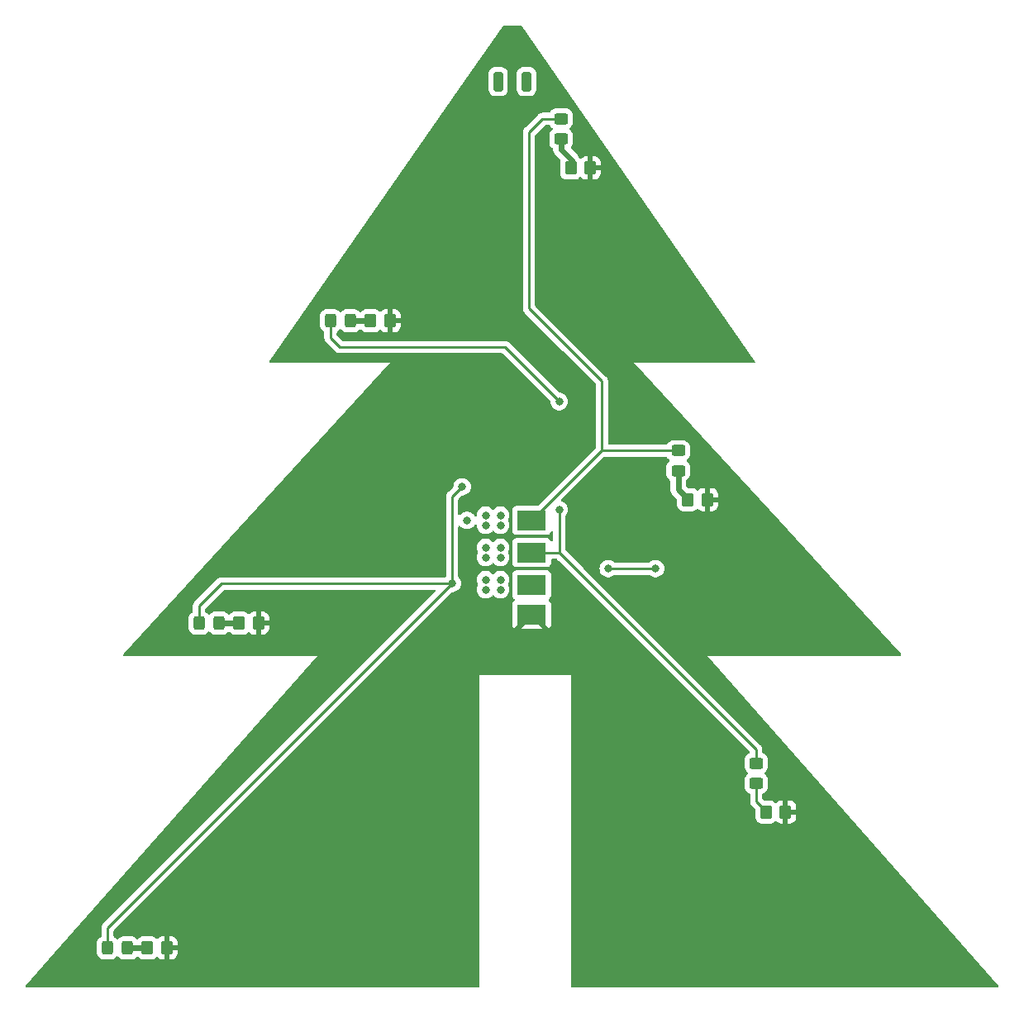
<source format=gtl>
G04 #@! TF.GenerationSoftware,KiCad,Pcbnew,7.0.8*
G04 #@! TF.CreationDate,2024-11-08T22:29:11+01:00*
G04 #@! TF.ProjectId,PCB_Christmas_Tree.kicad_pcb_bez_logo_AGH,5043425f-4368-4726-9973-746d61735f54,rev?*
G04 #@! TF.SameCoordinates,Original*
G04 #@! TF.FileFunction,Copper,L1,Top*
G04 #@! TF.FilePolarity,Positive*
%FSLAX46Y46*%
G04 Gerber Fmt 4.6, Leading zero omitted, Abs format (unit mm)*
G04 Created by KiCad (PCBNEW 7.0.8) date 2024-11-08 22:29:11*
%MOMM*%
%LPD*%
G01*
G04 APERTURE LIST*
G04 Aperture macros list*
%AMRoundRect*
0 Rectangle with rounded corners*
0 $1 Rounding radius*
0 $2 $3 $4 $5 $6 $7 $8 $9 X,Y pos of 4 corners*
0 Add a 4 corners polygon primitive as box body*
4,1,4,$2,$3,$4,$5,$6,$7,$8,$9,$2,$3,0*
0 Add four circle primitives for the rounded corners*
1,1,$1+$1,$2,$3*
1,1,$1+$1,$4,$5*
1,1,$1+$1,$6,$7*
1,1,$1+$1,$8,$9*
0 Add four rect primitives between the rounded corners*
20,1,$1+$1,$2,$3,$4,$5,0*
20,1,$1+$1,$4,$5,$6,$7,0*
20,1,$1+$1,$6,$7,$8,$9,0*
20,1,$1+$1,$8,$9,$2,$3,0*%
G04 Aperture macros list end*
G04 #@! TA.AperFunction,SMDPad,CuDef*
%ADD10R,3.000000X2.000000*%
G04 #@! TD*
G04 #@! TA.AperFunction,SMDPad,CuDef*
%ADD11RoundRect,0.250000X0.325000X0.450000X-0.325000X0.450000X-0.325000X-0.450000X0.325000X-0.450000X0*%
G04 #@! TD*
G04 #@! TA.AperFunction,SMDPad,CuDef*
%ADD12RoundRect,0.250000X-0.350000X-0.450000X0.350000X-0.450000X0.350000X0.450000X-0.350000X0.450000X0*%
G04 #@! TD*
G04 #@! TA.AperFunction,SMDPad,CuDef*
%ADD13RoundRect,0.250000X-0.250000X-0.750000X0.250000X-0.750000X0.250000X0.750000X-0.250000X0.750000X0*%
G04 #@! TD*
G04 #@! TA.AperFunction,SMDPad,CuDef*
%ADD14RoundRect,0.250000X0.450000X-0.325000X0.450000X0.325000X-0.450000X0.325000X-0.450000X-0.325000X0*%
G04 #@! TD*
G04 #@! TA.AperFunction,ViaPad*
%ADD15C,0.800000*%
G04 #@! TD*
G04 #@! TA.AperFunction,Conductor*
%ADD16C,0.600000*%
G04 #@! TD*
G04 #@! TA.AperFunction,Conductor*
%ADD17C,0.250000*%
G04 #@! TD*
G04 APERTURE END LIST*
D10*
X98823000Y-94208000D03*
X98823000Y-97510000D03*
X98823000Y-100812000D03*
X98823000Y-103860000D03*
D11*
X57408000Y-138020000D03*
X55358000Y-138020000D03*
D12*
X102823000Y-58098000D03*
X104823000Y-58098000D03*
D13*
X95372000Y-49247000D03*
D14*
X121823000Y-121148000D03*
X121823000Y-119098000D03*
X113823000Y-89123000D03*
X113823000Y-87073000D03*
D12*
X122823000Y-124098000D03*
X124823000Y-124098000D03*
D11*
X66797000Y-104746000D03*
X64747000Y-104746000D03*
X80259000Y-73758000D03*
X78209000Y-73758000D03*
D12*
X114823000Y-92098000D03*
X116823000Y-92098000D03*
X59447000Y-138020000D03*
X61447000Y-138020000D03*
X82307000Y-73758000D03*
X84307000Y-73758000D03*
X68836000Y-104746000D03*
X70836000Y-104746000D03*
D13*
X98293000Y-49247000D03*
D14*
X101823000Y-55123000D03*
X101823000Y-53073000D03*
D15*
X95423000Y-49298000D03*
X98323000Y-49298000D03*
X94102000Y-93697000D03*
X95626000Y-94713000D03*
X94102000Y-94713000D03*
X99563000Y-94713000D03*
X99563000Y-93697000D03*
X98039000Y-94713000D03*
X95626000Y-93697000D03*
X92197000Y-94208000D03*
X98039000Y-93697000D03*
X111501000Y-99158000D03*
X98039000Y-101317000D03*
X99563000Y-101317000D03*
X106675000Y-99158000D03*
X95626000Y-100301000D03*
X90673000Y-100682000D03*
X95626000Y-101317000D03*
X91689000Y-90776000D03*
X94102000Y-100301000D03*
X98039000Y-100301000D03*
X94102000Y-101317000D03*
X99563000Y-100301000D03*
X95626000Y-98015000D03*
X98039000Y-96999000D03*
X98039000Y-98015000D03*
X101645800Y-82038400D03*
X99563000Y-98015000D03*
X94102000Y-96999000D03*
X95626000Y-96999000D03*
X99563000Y-96999000D03*
X94102000Y-98015000D03*
X101645800Y-93112800D03*
X97023000Y-86458000D03*
X122118200Y-102917200D03*
X91943000Y-122018000D03*
X61310600Y-135937200D03*
X91943000Y-124558000D03*
X103823000Y-119478000D03*
X95753000Y-75028000D03*
X91943000Y-111858000D03*
X94737000Y-106778000D03*
X103823000Y-134718000D03*
X91943000Y-137258000D03*
X68981400Y-126996400D03*
X99004200Y-106778000D03*
X93975000Y-104365000D03*
X118816200Y-91893600D03*
X103823000Y-122018000D03*
X95753000Y-88998000D03*
X93975000Y-103349000D03*
X88844200Y-60092800D03*
X75890200Y-92147600D03*
X95753000Y-59788000D03*
X95753000Y-54708000D03*
X97023000Y-67408000D03*
X91943000Y-119478000D03*
X97023000Y-62328000D03*
X95753000Y-78838000D03*
X63190200Y-138020000D03*
X91943000Y-127098000D03*
X91943000Y-116938000D03*
X99563000Y-103349000D03*
X103823000Y-132178000D03*
X104744600Y-60092800D03*
X77769800Y-94179600D03*
X70657800Y-102714000D03*
X103823000Y-139798000D03*
X103823000Y-114398000D03*
X97023000Y-72488000D03*
X101722000Y-103857000D03*
X77922200Y-89760000D03*
X91943000Y-139798000D03*
X103823000Y-111858000D03*
X103823000Y-137258000D03*
X116835000Y-89861600D03*
X130398600Y-138477200D03*
X103823000Y-109318000D03*
X103823000Y-129638000D03*
X103823000Y-124558000D03*
X126639400Y-123999200D03*
X91943000Y-134718000D03*
X132227400Y-136445200D03*
X102103000Y-106778000D03*
X91943000Y-129638000D03*
X91943000Y-109318000D03*
X120086200Y-104949200D03*
X92095400Y-104034800D03*
X84119800Y-71726000D03*
X98039000Y-104365000D03*
X94483000Y-91538000D03*
X91943000Y-114398000D03*
X95499000Y-104365000D03*
X91943000Y-132178000D03*
X116733400Y-94230400D03*
X97023000Y-57248000D03*
X86344000Y-73561000D03*
X95753000Y-69948000D03*
X103823000Y-127098000D03*
X103823000Y-116938000D03*
X106623000Y-73704000D03*
X72588200Y-104746000D03*
X124759800Y-122018000D03*
X97023000Y-81378000D03*
X98039000Y-103349000D03*
X108503800Y-71675200D03*
X99563000Y-104365000D03*
X95753000Y-64868000D03*
X95753000Y-83918000D03*
X95499000Y-103349000D03*
D16*
X80259000Y-73758000D02*
X82394500Y-73758000D01*
X113823000Y-89123000D02*
X113823000Y-91010500D01*
X102910500Y-57293500D02*
X102910500Y-58098000D01*
X101823000Y-56206000D02*
X102910500Y-57293500D01*
X101823000Y-55123000D02*
X101823000Y-56206000D01*
X66797000Y-104746000D02*
X68923500Y-104746000D01*
X113823000Y-91010500D02*
X114910500Y-92098000D01*
X57408000Y-138020000D02*
X59534500Y-138020000D01*
D17*
X99928000Y-53073000D02*
X98547000Y-54454000D01*
X101823000Y-53073000D02*
X99928000Y-53073000D01*
X106020000Y-87073000D02*
X105958000Y-87073000D01*
X98547000Y-54454000D02*
X98547000Y-72488000D01*
X99563000Y-93697000D02*
X99334000Y-93697000D01*
X106020000Y-79961000D02*
X106020000Y-87073000D01*
X105958000Y-87073000D02*
X99563000Y-93468000D01*
X113823000Y-87073000D02*
X106020000Y-87073000D01*
X99563000Y-93468000D02*
X99563000Y-93697000D01*
X98547000Y-72488000D02*
X106020000Y-79961000D01*
X99334000Y-93697000D02*
X98823000Y-94208000D01*
X111501000Y-99158000D02*
X106675000Y-99158000D01*
X90673000Y-91792000D02*
X91689000Y-90776000D01*
X64747000Y-102986000D02*
X64747000Y-104746000D01*
X67051000Y-100682000D02*
X64747000Y-102986000D01*
X90673000Y-100682000D02*
X55358000Y-135997000D01*
X90673000Y-100682000D02*
X67051000Y-100682000D01*
X90673000Y-100682000D02*
X90673000Y-91792000D01*
X55358000Y-135997000D02*
X55358000Y-138020000D01*
X78209000Y-75518000D02*
X78209000Y-73758000D01*
X101645800Y-97532400D02*
X101747400Y-97634000D01*
X101645800Y-93112800D02*
X101645800Y-97532400D01*
X121823000Y-117709600D02*
X121823000Y-119098000D01*
X79141400Y-76450400D02*
X78209000Y-75518000D01*
X101747400Y-97634000D02*
X101623400Y-97510000D01*
X96057800Y-76450400D02*
X79141400Y-76450400D01*
X101645800Y-82038400D02*
X96057800Y-76450400D01*
X101623400Y-97510000D02*
X98823000Y-97510000D01*
X101747400Y-97634000D02*
X121823000Y-117709600D01*
X121823000Y-123010500D02*
X122910500Y-124098000D01*
X121823000Y-121148000D02*
X121823000Y-123010500D01*
G04 #@! TA.AperFunction,Conductor*
G36*
X97725032Y-43518185D02*
G01*
X97759743Y-43551628D01*
X121686308Y-77902628D01*
X121708472Y-77968889D01*
X121691294Y-78036614D01*
X121640228Y-78084301D01*
X121584558Y-78097500D01*
X109323952Y-78097500D01*
X109323006Y-78097458D01*
X109322902Y-78097500D01*
X109322901Y-78097500D01*
X109322821Y-78097532D01*
X109322634Y-78097601D01*
X109322633Y-78097601D01*
X109322621Y-78097606D01*
X109322545Y-78097791D01*
X109322453Y-78097987D01*
X109322538Y-78098193D01*
X109322603Y-78098370D01*
X109323298Y-78099065D01*
X124150525Y-94274221D01*
X134587748Y-105660283D01*
X136631390Y-107889710D01*
X136662180Y-107952430D01*
X136654173Y-108021839D01*
X136609911Y-108075901D01*
X136543448Y-108097452D01*
X136539983Y-108097500D01*
X116825648Y-108097500D01*
X116823022Y-108097416D01*
X116822585Y-108097580D01*
X116822407Y-108097973D01*
X116822567Y-108098392D01*
X116824370Y-108100309D01*
X146640090Y-141891459D01*
X146669684Y-141954751D01*
X146660362Y-142023996D01*
X146615084Y-142077209D01*
X146548224Y-142097495D01*
X146547110Y-142097500D01*
X102947500Y-142097500D01*
X102880461Y-142077815D01*
X102834706Y-142025011D01*
X102823500Y-141973500D01*
X102823500Y-110122759D01*
X102823528Y-110122616D01*
X102823524Y-110122616D01*
X102823539Y-110098002D01*
X102823541Y-110098000D01*
X102823462Y-110097808D01*
X102823384Y-110097618D01*
X102823382Y-110097616D01*
X102823099Y-110097500D01*
X102823000Y-110097459D01*
X102798446Y-110097459D01*
X102798240Y-110097500D01*
X93491760Y-110097500D01*
X93491554Y-110097459D01*
X93467000Y-110097459D01*
X93466901Y-110097500D01*
X93466617Y-110097616D01*
X93466615Y-110097618D01*
X93466459Y-110097999D01*
X93466476Y-110122616D01*
X93466471Y-110122616D01*
X93466500Y-110122759D01*
X93466500Y-141959537D01*
X93446815Y-142026576D01*
X93394011Y-142072331D01*
X93342537Y-142083537D01*
X47098997Y-142097416D01*
X47031952Y-142077752D01*
X46986181Y-142024961D01*
X46976217Y-141955806D01*
X47005223Y-141892241D01*
X47005907Y-141891459D01*
X49980723Y-138520001D01*
X54282500Y-138520001D01*
X54282501Y-138520019D01*
X54293000Y-138622796D01*
X54293001Y-138622799D01*
X54333000Y-138743505D01*
X54348186Y-138789334D01*
X54440288Y-138938656D01*
X54564344Y-139062712D01*
X54713666Y-139154814D01*
X54880203Y-139209999D01*
X54982991Y-139220500D01*
X55733008Y-139220499D01*
X55733016Y-139220498D01*
X55733019Y-139220498D01*
X55789302Y-139214748D01*
X55835797Y-139209999D01*
X56002334Y-139154814D01*
X56151656Y-139062712D01*
X56275712Y-138938656D01*
X56277461Y-138935819D01*
X56279169Y-138934283D01*
X56280193Y-138932989D01*
X56280414Y-138933163D01*
X56329406Y-138889096D01*
X56398368Y-138877872D01*
X56462451Y-138905713D01*
X56488537Y-138935817D01*
X56490288Y-138938656D01*
X56614344Y-139062712D01*
X56763666Y-139154814D01*
X56930203Y-139209999D01*
X57032991Y-139220500D01*
X57783008Y-139220499D01*
X57783016Y-139220498D01*
X57783019Y-139220498D01*
X57839302Y-139214748D01*
X57885797Y-139209999D01*
X58052334Y-139154814D01*
X58201656Y-139062712D01*
X58325712Y-138938656D01*
X58325712Y-138938655D01*
X58327319Y-138937049D01*
X58388642Y-138903564D01*
X58458334Y-138908548D01*
X58502681Y-138937049D01*
X58504288Y-138938656D01*
X58628344Y-139062712D01*
X58777666Y-139154814D01*
X58944203Y-139209999D01*
X59046991Y-139220500D01*
X59847008Y-139220499D01*
X59847016Y-139220498D01*
X59847019Y-139220498D01*
X59903302Y-139214748D01*
X59949797Y-139209999D01*
X60116334Y-139154814D01*
X60265656Y-139062712D01*
X60359675Y-138968692D01*
X60420994Y-138935210D01*
X60490686Y-138940194D01*
X60535034Y-138968695D01*
X60628654Y-139062315D01*
X60777875Y-139154356D01*
X60777880Y-139154358D01*
X60944302Y-139209505D01*
X60944309Y-139209506D01*
X61047019Y-139219999D01*
X61196999Y-139219999D01*
X61197000Y-139219998D01*
X61197000Y-138270000D01*
X61697000Y-138270000D01*
X61697000Y-139219999D01*
X61846972Y-139219999D01*
X61846986Y-139219998D01*
X61949697Y-139209505D01*
X62116119Y-139154358D01*
X62116124Y-139154356D01*
X62265345Y-139062315D01*
X62389315Y-138938345D01*
X62481356Y-138789124D01*
X62481358Y-138789119D01*
X62536505Y-138622697D01*
X62536506Y-138622690D01*
X62546999Y-138519986D01*
X62547000Y-138519973D01*
X62547000Y-138270000D01*
X61697000Y-138270000D01*
X61197000Y-138270000D01*
X61197000Y-136820000D01*
X61697000Y-136820000D01*
X61697000Y-137770000D01*
X62546999Y-137770000D01*
X62546999Y-137520028D01*
X62546998Y-137520013D01*
X62536505Y-137417302D01*
X62481358Y-137250880D01*
X62481356Y-137250875D01*
X62389315Y-137101654D01*
X62265345Y-136977684D01*
X62116124Y-136885643D01*
X62116119Y-136885641D01*
X61949697Y-136830494D01*
X61949690Y-136830493D01*
X61846986Y-136820000D01*
X61697000Y-136820000D01*
X61197000Y-136820000D01*
X61047027Y-136820000D01*
X61047012Y-136820001D01*
X60944302Y-136830494D01*
X60777880Y-136885641D01*
X60777875Y-136885643D01*
X60628657Y-136977682D01*
X60535034Y-137071305D01*
X60473710Y-137104789D01*
X60404019Y-137099805D01*
X60359672Y-137071304D01*
X60265657Y-136977289D01*
X60265656Y-136977288D01*
X60116334Y-136885186D01*
X59949797Y-136830001D01*
X59949795Y-136830000D01*
X59847010Y-136819500D01*
X59046998Y-136819500D01*
X59046980Y-136819501D01*
X58944203Y-136830000D01*
X58944200Y-136830001D01*
X58777668Y-136885185D01*
X58777663Y-136885187D01*
X58628342Y-136977289D01*
X58502681Y-137102951D01*
X58441358Y-137136436D01*
X58371666Y-137131452D01*
X58327319Y-137102951D01*
X58201657Y-136977289D01*
X58201656Y-136977288D01*
X58052334Y-136885186D01*
X57885797Y-136830001D01*
X57885795Y-136830000D01*
X57783010Y-136819500D01*
X57032998Y-136819500D01*
X57032980Y-136819501D01*
X56930203Y-136830000D01*
X56930200Y-136830001D01*
X56763668Y-136885185D01*
X56763663Y-136885187D01*
X56614342Y-136977289D01*
X56490285Y-137101346D01*
X56488537Y-137104182D01*
X56486829Y-137105717D01*
X56485807Y-137107011D01*
X56485585Y-137106836D01*
X56436589Y-137150905D01*
X56367626Y-137162126D01*
X56303544Y-137134282D01*
X56277463Y-137104182D01*
X56275714Y-137101346D01*
X56151657Y-136977289D01*
X56151656Y-136977288D01*
X56042402Y-136909900D01*
X55995679Y-136857953D01*
X55983500Y-136804362D01*
X55983500Y-136307452D01*
X56003185Y-136240413D01*
X56019819Y-136219771D01*
X86879592Y-105359999D01*
X97676552Y-105359999D01*
X97676553Y-105360000D01*
X99969447Y-105360000D01*
X99969447Y-105359999D01*
X98823000Y-104213553D01*
X97676552Y-105359999D01*
X86879592Y-105359999D01*
X90620772Y-101618819D01*
X90682095Y-101585334D01*
X90708453Y-101582500D01*
X90767644Y-101582500D01*
X90767646Y-101582500D01*
X90952803Y-101543144D01*
X91125730Y-101466151D01*
X91278871Y-101354888D01*
X91312986Y-101317000D01*
X93196540Y-101317000D01*
X93216326Y-101505256D01*
X93216327Y-101505259D01*
X93274818Y-101685277D01*
X93274821Y-101685284D01*
X93369467Y-101849216D01*
X93432150Y-101918832D01*
X93496129Y-101989888D01*
X93649265Y-102101148D01*
X93649270Y-102101151D01*
X93822192Y-102178142D01*
X93822197Y-102178144D01*
X94007354Y-102217500D01*
X94007355Y-102217500D01*
X94196644Y-102217500D01*
X94196646Y-102217500D01*
X94381803Y-102178144D01*
X94554730Y-102101151D01*
X94707871Y-101989888D01*
X94771850Y-101918831D01*
X94831337Y-101882183D01*
X94901194Y-101883514D01*
X94956150Y-101918832D01*
X95020129Y-101989888D01*
X95173265Y-102101148D01*
X95173270Y-102101151D01*
X95346192Y-102178142D01*
X95346197Y-102178144D01*
X95531354Y-102217500D01*
X95531355Y-102217500D01*
X95720644Y-102217500D01*
X95720646Y-102217500D01*
X95905803Y-102178144D01*
X96078730Y-102101151D01*
X96231871Y-101989888D01*
X96348940Y-101859870D01*
X96822500Y-101859870D01*
X96822501Y-101859876D01*
X96828908Y-101919483D01*
X96879202Y-102054328D01*
X96879206Y-102054335D01*
X96965452Y-102169544D01*
X96965455Y-102169547D01*
X97055621Y-102237046D01*
X97097492Y-102292980D01*
X97102476Y-102362671D01*
X97068990Y-102423994D01*
X97055622Y-102435578D01*
X96965809Y-102502812D01*
X96879649Y-102617906D01*
X96879645Y-102617913D01*
X96829403Y-102752620D01*
X96829401Y-102752627D01*
X96823000Y-102812155D01*
X96823000Y-104907844D01*
X96829401Y-104967372D01*
X96829403Y-104967379D01*
X96879645Y-105102086D01*
X96879649Y-105102093D01*
X96965808Y-105217185D01*
X96965817Y-105217194D01*
X97049560Y-105279885D01*
X97049562Y-105279884D01*
X98735318Y-103594128D01*
X98796641Y-103560643D01*
X98866333Y-103565627D01*
X98910680Y-103594128D01*
X100596436Y-105279884D01*
X100680190Y-105217186D01*
X100766350Y-105102093D01*
X100766354Y-105102086D01*
X100816596Y-104967379D01*
X100816598Y-104967372D01*
X100822999Y-104907844D01*
X100823000Y-104907827D01*
X100823000Y-102812172D01*
X100822999Y-102812155D01*
X100816598Y-102752627D01*
X100816596Y-102752620D01*
X100766354Y-102617913D01*
X100766350Y-102617906D01*
X100680190Y-102502813D01*
X100590378Y-102435579D01*
X100548507Y-102379645D01*
X100543523Y-102309953D01*
X100577008Y-102248630D01*
X100590371Y-102237050D01*
X100680546Y-102169546D01*
X100766796Y-102054331D01*
X100817091Y-101919483D01*
X100823500Y-101859873D01*
X100823499Y-99764128D01*
X100817091Y-99704517D01*
X100811756Y-99690214D01*
X100766797Y-99569671D01*
X100766793Y-99569664D01*
X100680547Y-99454455D01*
X100680544Y-99454452D01*
X100565335Y-99368206D01*
X100565328Y-99368202D01*
X100430482Y-99317908D01*
X100430483Y-99317908D01*
X100370883Y-99311501D01*
X100370881Y-99311500D01*
X100370873Y-99311500D01*
X100370864Y-99311500D01*
X97275129Y-99311500D01*
X97275123Y-99311501D01*
X97215516Y-99317908D01*
X97080671Y-99368202D01*
X97080664Y-99368206D01*
X96965455Y-99454452D01*
X96965452Y-99454455D01*
X96879206Y-99569664D01*
X96879202Y-99569671D01*
X96828908Y-99704517D01*
X96822501Y-99764116D01*
X96822501Y-99764123D01*
X96822500Y-99764135D01*
X96822500Y-101859870D01*
X96348940Y-101859870D01*
X96358533Y-101849216D01*
X96453179Y-101685284D01*
X96511674Y-101505256D01*
X96531460Y-101317000D01*
X96511674Y-101128744D01*
X96453179Y-100948716D01*
X96408308Y-100870997D01*
X96391836Y-100803100D01*
X96408309Y-100747001D01*
X96453179Y-100669284D01*
X96511674Y-100489256D01*
X96531460Y-100301000D01*
X96511674Y-100112744D01*
X96453179Y-99932716D01*
X96358533Y-99768784D01*
X96231871Y-99628112D01*
X96151434Y-99569671D01*
X96078734Y-99516851D01*
X96078729Y-99516848D01*
X95905807Y-99439857D01*
X95905802Y-99439855D01*
X95760001Y-99408865D01*
X95720646Y-99400500D01*
X95531354Y-99400500D01*
X95498897Y-99407398D01*
X95346197Y-99439855D01*
X95346192Y-99439857D01*
X95173270Y-99516848D01*
X95173265Y-99516851D01*
X95020129Y-99628111D01*
X95020128Y-99628112D01*
X94956149Y-99699168D01*
X94896663Y-99735816D01*
X94826806Y-99734485D01*
X94771851Y-99699168D01*
X94707871Y-99628112D01*
X94707870Y-99628111D01*
X94554734Y-99516851D01*
X94554729Y-99516848D01*
X94381807Y-99439857D01*
X94381802Y-99439855D01*
X94236001Y-99408865D01*
X94196646Y-99400500D01*
X94007354Y-99400500D01*
X93974897Y-99407398D01*
X93822197Y-99439855D01*
X93822192Y-99439857D01*
X93649270Y-99516848D01*
X93649265Y-99516851D01*
X93496129Y-99628111D01*
X93369466Y-99768785D01*
X93274821Y-99932715D01*
X93274818Y-99932722D01*
X93219369Y-100103379D01*
X93216326Y-100112744D01*
X93196540Y-100301000D01*
X93216326Y-100489256D01*
X93216327Y-100489259D01*
X93274820Y-100669283D01*
X93319690Y-100747001D01*
X93336162Y-100814901D01*
X93319690Y-100870999D01*
X93274820Y-100948716D01*
X93241819Y-101050284D01*
X93216326Y-101128744D01*
X93196540Y-101317000D01*
X91312986Y-101317000D01*
X91405533Y-101214216D01*
X91500179Y-101050284D01*
X91558674Y-100870256D01*
X91578460Y-100682000D01*
X91558674Y-100493744D01*
X91500179Y-100313716D01*
X91405533Y-100149784D01*
X91330350Y-100066284D01*
X91300120Y-100003292D01*
X91298500Y-99983312D01*
X91298500Y-98015000D01*
X93196540Y-98015000D01*
X93216326Y-98203256D01*
X93216327Y-98203259D01*
X93274818Y-98383277D01*
X93274821Y-98383284D01*
X93369467Y-98547216D01*
X93440211Y-98625785D01*
X93496129Y-98687888D01*
X93649265Y-98799148D01*
X93649270Y-98799151D01*
X93822192Y-98876142D01*
X93822197Y-98876144D01*
X94007354Y-98915500D01*
X94007355Y-98915500D01*
X94196644Y-98915500D01*
X94196646Y-98915500D01*
X94381803Y-98876144D01*
X94554730Y-98799151D01*
X94707871Y-98687888D01*
X94771850Y-98616831D01*
X94831337Y-98580183D01*
X94901194Y-98581514D01*
X94956150Y-98616832D01*
X95020129Y-98687888D01*
X95173265Y-98799148D01*
X95173270Y-98799151D01*
X95346192Y-98876142D01*
X95346197Y-98876144D01*
X95531354Y-98915500D01*
X95531355Y-98915500D01*
X95720644Y-98915500D01*
X95720646Y-98915500D01*
X95905803Y-98876144D01*
X96078730Y-98799151D01*
X96231871Y-98687888D01*
X96348940Y-98557870D01*
X96822500Y-98557870D01*
X96822501Y-98557876D01*
X96828908Y-98617483D01*
X96879202Y-98752328D01*
X96879206Y-98752335D01*
X96965452Y-98867544D01*
X96965455Y-98867547D01*
X97080664Y-98953793D01*
X97080671Y-98953797D01*
X97215517Y-99004091D01*
X97215516Y-99004091D01*
X97222444Y-99004835D01*
X97275127Y-99010500D01*
X100370872Y-99010499D01*
X100430483Y-99004091D01*
X100565331Y-98953796D01*
X100680546Y-98867546D01*
X100766796Y-98752331D01*
X100817091Y-98617483D01*
X100823500Y-98557873D01*
X100823500Y-98259500D01*
X100843185Y-98192461D01*
X100895989Y-98146706D01*
X100947500Y-98135500D01*
X101312948Y-98135500D01*
X101379987Y-98155185D01*
X101400629Y-98171819D01*
X121109303Y-117880493D01*
X121142788Y-117941816D01*
X121137804Y-118011508D01*
X121095932Y-118067441D01*
X121060630Y-118085878D01*
X121053666Y-118088186D01*
X121053663Y-118088187D01*
X120904342Y-118180289D01*
X120780289Y-118304342D01*
X120688187Y-118453663D01*
X120688186Y-118453666D01*
X120633001Y-118620203D01*
X120633001Y-118620204D01*
X120633000Y-118620204D01*
X120622500Y-118722983D01*
X120622500Y-119473001D01*
X120622501Y-119473019D01*
X120633000Y-119575796D01*
X120633001Y-119575799D01*
X120688185Y-119742331D01*
X120688187Y-119742336D01*
X120780289Y-119891657D01*
X120904346Y-120015714D01*
X120907182Y-120017463D01*
X120908717Y-120019170D01*
X120910011Y-120020193D01*
X120909836Y-120020414D01*
X120953905Y-120069411D01*
X120965126Y-120138374D01*
X120937282Y-120202456D01*
X120907182Y-120228537D01*
X120904346Y-120230285D01*
X120780289Y-120354342D01*
X120688187Y-120503663D01*
X120688186Y-120503666D01*
X120633001Y-120670203D01*
X120633001Y-120670204D01*
X120633000Y-120670204D01*
X120622500Y-120772983D01*
X120622500Y-121523001D01*
X120622501Y-121523019D01*
X120633000Y-121625796D01*
X120633001Y-121625799D01*
X120688185Y-121792331D01*
X120688186Y-121792334D01*
X120780288Y-121941656D01*
X120904344Y-122065712D01*
X121053666Y-122157814D01*
X121053668Y-122157815D01*
X121074110Y-122164588D01*
X121112502Y-122177310D01*
X121169947Y-122217081D01*
X121196772Y-122281596D01*
X121197500Y-122295016D01*
X121197500Y-122927755D01*
X121195775Y-122943372D01*
X121196061Y-122943399D01*
X121195326Y-122951165D01*
X121197500Y-123020314D01*
X121197500Y-123049843D01*
X121197501Y-123049860D01*
X121198368Y-123056731D01*
X121198826Y-123062550D01*
X121200290Y-123109124D01*
X121200291Y-123109127D01*
X121205880Y-123128367D01*
X121209824Y-123147411D01*
X121212336Y-123167292D01*
X121218472Y-123182789D01*
X121229490Y-123210619D01*
X121231382Y-123216147D01*
X121244381Y-123260888D01*
X121254580Y-123278134D01*
X121263138Y-123295603D01*
X121270514Y-123314232D01*
X121297898Y-123351923D01*
X121301106Y-123356807D01*
X121324827Y-123396916D01*
X121324833Y-123396924D01*
X121338990Y-123411080D01*
X121351628Y-123425876D01*
X121363405Y-123442086D01*
X121363406Y-123442087D01*
X121399309Y-123471788D01*
X121403620Y-123475710D01*
X121686181Y-123758271D01*
X121719666Y-123819594D01*
X121722500Y-123845952D01*
X121722500Y-124598001D01*
X121722501Y-124598019D01*
X121733000Y-124700796D01*
X121733001Y-124700799D01*
X121788115Y-124867119D01*
X121788186Y-124867334D01*
X121880288Y-125016656D01*
X122004344Y-125140712D01*
X122153666Y-125232814D01*
X122320203Y-125287999D01*
X122422991Y-125298500D01*
X123223008Y-125298499D01*
X123223016Y-125298498D01*
X123223019Y-125298498D01*
X123279302Y-125292748D01*
X123325797Y-125287999D01*
X123492334Y-125232814D01*
X123641656Y-125140712D01*
X123735675Y-125046692D01*
X123796994Y-125013210D01*
X123866686Y-125018194D01*
X123911034Y-125046695D01*
X124004654Y-125140315D01*
X124153875Y-125232356D01*
X124153880Y-125232358D01*
X124320302Y-125287505D01*
X124320309Y-125287506D01*
X124423019Y-125297999D01*
X124572999Y-125297999D01*
X124573000Y-125297998D01*
X124573000Y-124348000D01*
X125073000Y-124348000D01*
X125073000Y-125297999D01*
X125222972Y-125297999D01*
X125222986Y-125297998D01*
X125325697Y-125287505D01*
X125492119Y-125232358D01*
X125492124Y-125232356D01*
X125641345Y-125140315D01*
X125765315Y-125016345D01*
X125857356Y-124867124D01*
X125857358Y-124867119D01*
X125912505Y-124700697D01*
X125912506Y-124700690D01*
X125922999Y-124597986D01*
X125923000Y-124597973D01*
X125923000Y-124348000D01*
X125073000Y-124348000D01*
X124573000Y-124348000D01*
X124573000Y-122898000D01*
X125073000Y-122898000D01*
X125073000Y-123848000D01*
X125922999Y-123848000D01*
X125922999Y-123598028D01*
X125922998Y-123598013D01*
X125912505Y-123495302D01*
X125857358Y-123328880D01*
X125857356Y-123328875D01*
X125765315Y-123179654D01*
X125641345Y-123055684D01*
X125492124Y-122963643D01*
X125492119Y-122963641D01*
X125325697Y-122908494D01*
X125325690Y-122908493D01*
X125222986Y-122898000D01*
X125073000Y-122898000D01*
X124573000Y-122898000D01*
X124423027Y-122898000D01*
X124423012Y-122898001D01*
X124320302Y-122908494D01*
X124153880Y-122963641D01*
X124153875Y-122963643D01*
X124004657Y-123055682D01*
X123911034Y-123149305D01*
X123849710Y-123182789D01*
X123780019Y-123177805D01*
X123735672Y-123149304D01*
X123641657Y-123055289D01*
X123641656Y-123055288D01*
X123492334Y-122963186D01*
X123325797Y-122908001D01*
X123325795Y-122908000D01*
X123223016Y-122897500D01*
X123223009Y-122897500D01*
X122645953Y-122897500D01*
X122578914Y-122877815D01*
X122558272Y-122861181D01*
X122484819Y-122787728D01*
X122451334Y-122726405D01*
X122448500Y-122700047D01*
X122448500Y-122295016D01*
X122468185Y-122227977D01*
X122520989Y-122182222D01*
X122533488Y-122177313D01*
X122592334Y-122157814D01*
X122741656Y-122065712D01*
X122865712Y-121941656D01*
X122957814Y-121792334D01*
X123012999Y-121625797D01*
X123023500Y-121523009D01*
X123023499Y-120772992D01*
X123012999Y-120670203D01*
X122957814Y-120503666D01*
X122865712Y-120354344D01*
X122741656Y-120230288D01*
X122738819Y-120228538D01*
X122737283Y-120226830D01*
X122735989Y-120225807D01*
X122736163Y-120225585D01*
X122692096Y-120176594D01*
X122680872Y-120107632D01*
X122708713Y-120043549D01*
X122738817Y-120017462D01*
X122741656Y-120015712D01*
X122865712Y-119891656D01*
X122957814Y-119742334D01*
X123012999Y-119575797D01*
X123023500Y-119473009D01*
X123023499Y-118722992D01*
X123012999Y-118620203D01*
X122957814Y-118453666D01*
X122865712Y-118304344D01*
X122741656Y-118180288D01*
X122592334Y-118088186D01*
X122533493Y-118068688D01*
X122476051Y-118028916D01*
X122449228Y-117964400D01*
X122448500Y-117950983D01*
X122448500Y-117792342D01*
X122450224Y-117776722D01*
X122449939Y-117776696D01*
X122450671Y-117768940D01*
X122450673Y-117768933D01*
X122448500Y-117699785D01*
X122448500Y-117670250D01*
X122447631Y-117663372D01*
X122447172Y-117657543D01*
X122445709Y-117610972D01*
X122440122Y-117591744D01*
X122436174Y-117572684D01*
X122433663Y-117552804D01*
X122416512Y-117509487D01*
X122414619Y-117503958D01*
X122401618Y-117459209D01*
X122401616Y-117459206D01*
X122391423Y-117441971D01*
X122382861Y-117424494D01*
X122375487Y-117405870D01*
X122375486Y-117405868D01*
X122348079Y-117368145D01*
X122344888Y-117363286D01*
X122321172Y-117323183D01*
X122321165Y-117323174D01*
X122307006Y-117309015D01*
X122294368Y-117294219D01*
X122282594Y-117278013D01*
X122246688Y-117248309D01*
X122242376Y-117244386D01*
X104155991Y-99158000D01*
X105769540Y-99158000D01*
X105789326Y-99346256D01*
X105789327Y-99346259D01*
X105847818Y-99526277D01*
X105847821Y-99526284D01*
X105942467Y-99690216D01*
X106044185Y-99803185D01*
X106069129Y-99830888D01*
X106222265Y-99942148D01*
X106222270Y-99942151D01*
X106395192Y-100019142D01*
X106395197Y-100019144D01*
X106580354Y-100058500D01*
X106580355Y-100058500D01*
X106769644Y-100058500D01*
X106769646Y-100058500D01*
X106954803Y-100019144D01*
X107127730Y-99942151D01*
X107280871Y-99830888D01*
X107283788Y-99827647D01*
X107286600Y-99824526D01*
X107346087Y-99787879D01*
X107378748Y-99783500D01*
X110797252Y-99783500D01*
X110864291Y-99803185D01*
X110889400Y-99824526D01*
X110895126Y-99830885D01*
X110895130Y-99830889D01*
X111048265Y-99942148D01*
X111048270Y-99942151D01*
X111221192Y-100019142D01*
X111221197Y-100019144D01*
X111406354Y-100058500D01*
X111406355Y-100058500D01*
X111595644Y-100058500D01*
X111595646Y-100058500D01*
X111780803Y-100019144D01*
X111953730Y-99942151D01*
X112106871Y-99830888D01*
X112233533Y-99690216D01*
X112328179Y-99526284D01*
X112386674Y-99346256D01*
X112406460Y-99158000D01*
X112386674Y-98969744D01*
X112328179Y-98789716D01*
X112233533Y-98625784D01*
X112106871Y-98485112D01*
X112106870Y-98485111D01*
X111953734Y-98373851D01*
X111953729Y-98373848D01*
X111780807Y-98296857D01*
X111780802Y-98296855D01*
X111605055Y-98259500D01*
X111595646Y-98257500D01*
X111406354Y-98257500D01*
X111396945Y-98259500D01*
X111221197Y-98296855D01*
X111221192Y-98296857D01*
X111048270Y-98373848D01*
X111048265Y-98373851D01*
X110895130Y-98485110D01*
X110895126Y-98485114D01*
X110889400Y-98491474D01*
X110829913Y-98528121D01*
X110797252Y-98532500D01*
X107378748Y-98532500D01*
X107311709Y-98512815D01*
X107286600Y-98491474D01*
X107280873Y-98485114D01*
X107280869Y-98485110D01*
X107127734Y-98373851D01*
X107127729Y-98373848D01*
X106954807Y-98296857D01*
X106954802Y-98296855D01*
X106779055Y-98259500D01*
X106769646Y-98257500D01*
X106580354Y-98257500D01*
X106570945Y-98259500D01*
X106395197Y-98296855D01*
X106395192Y-98296857D01*
X106222270Y-98373848D01*
X106222265Y-98373851D01*
X106069129Y-98485111D01*
X105942466Y-98625785D01*
X105847821Y-98789715D01*
X105847818Y-98789722D01*
X105789327Y-98969740D01*
X105789326Y-98969744D01*
X105769540Y-99158000D01*
X104155991Y-99158000D01*
X102307619Y-97309628D01*
X102274134Y-97248305D01*
X102271300Y-97221947D01*
X102271300Y-93811487D01*
X102290985Y-93744448D01*
X102303150Y-93728515D01*
X102337149Y-93690755D01*
X102378333Y-93645016D01*
X102472979Y-93481084D01*
X102531474Y-93301056D01*
X102551260Y-93112800D01*
X102531474Y-92924544D01*
X102472979Y-92744516D01*
X102378333Y-92580584D01*
X102251671Y-92439912D01*
X102251670Y-92439911D01*
X102098534Y-92328651D01*
X102098529Y-92328648D01*
X101925603Y-92251655D01*
X101920551Y-92250014D01*
X101862875Y-92210578D01*
X101835676Y-92146219D01*
X101847590Y-92077373D01*
X101871184Y-92044405D01*
X106180771Y-87734819D01*
X106242094Y-87701334D01*
X106268452Y-87698500D01*
X112607362Y-87698500D01*
X112674401Y-87718185D01*
X112712901Y-87757403D01*
X112780289Y-87866657D01*
X112904346Y-87990714D01*
X112907182Y-87992463D01*
X112908717Y-87994170D01*
X112910011Y-87995193D01*
X112909836Y-87995414D01*
X112953905Y-88044411D01*
X112965126Y-88113374D01*
X112937282Y-88177456D01*
X112907182Y-88203537D01*
X112904346Y-88205285D01*
X112780289Y-88329342D01*
X112688187Y-88478663D01*
X112688186Y-88478666D01*
X112633001Y-88645203D01*
X112633001Y-88645204D01*
X112633000Y-88645204D01*
X112622500Y-88747983D01*
X112622500Y-89498001D01*
X112622501Y-89498019D01*
X112633000Y-89600796D01*
X112633001Y-89600799D01*
X112688185Y-89767331D01*
X112688186Y-89767334D01*
X112780288Y-89916656D01*
X112904344Y-90040712D01*
X112963596Y-90077258D01*
X113010321Y-90129204D01*
X113022500Y-90182797D01*
X113022500Y-91100691D01*
X113022501Y-91100700D01*
X113031791Y-91141408D01*
X113032955Y-91148263D01*
X113037632Y-91189759D01*
X113051420Y-91229162D01*
X113053345Y-91235845D01*
X113062639Y-91276561D01*
X113080759Y-91314188D01*
X113083420Y-91320613D01*
X113088743Y-91335822D01*
X113097212Y-91360025D01*
X113119422Y-91395372D01*
X113122787Y-91401459D01*
X113140910Y-91439089D01*
X113166940Y-91471729D01*
X113170966Y-91477404D01*
X113193182Y-91512759D01*
X113193184Y-91512762D01*
X113686181Y-92005759D01*
X113719666Y-92067082D01*
X113722500Y-92093440D01*
X113722500Y-92598001D01*
X113722501Y-92598019D01*
X113733000Y-92700796D01*
X113733001Y-92700799D01*
X113782593Y-92850455D01*
X113788186Y-92867334D01*
X113880288Y-93016656D01*
X114004344Y-93140712D01*
X114153666Y-93232814D01*
X114320203Y-93287999D01*
X114422991Y-93298500D01*
X115223008Y-93298499D01*
X115223016Y-93298498D01*
X115223019Y-93298498D01*
X115279302Y-93292748D01*
X115325797Y-93287999D01*
X115492334Y-93232814D01*
X115641656Y-93140712D01*
X115735675Y-93046692D01*
X115796994Y-93013210D01*
X115866686Y-93018194D01*
X115911034Y-93046695D01*
X116004654Y-93140315D01*
X116153875Y-93232356D01*
X116153880Y-93232358D01*
X116320302Y-93287505D01*
X116320309Y-93287506D01*
X116423019Y-93297999D01*
X116572999Y-93297999D01*
X116573000Y-93297998D01*
X116573000Y-92348000D01*
X117073000Y-92348000D01*
X117073000Y-93297999D01*
X117222972Y-93297999D01*
X117222986Y-93297998D01*
X117325697Y-93287505D01*
X117492119Y-93232358D01*
X117492124Y-93232356D01*
X117641345Y-93140315D01*
X117765315Y-93016345D01*
X117857356Y-92867124D01*
X117857358Y-92867119D01*
X117912505Y-92700697D01*
X117912506Y-92700690D01*
X117922999Y-92597986D01*
X117923000Y-92597973D01*
X117923000Y-92348000D01*
X117073000Y-92348000D01*
X116573000Y-92348000D01*
X116573000Y-90898000D01*
X117073000Y-90898000D01*
X117073000Y-91848000D01*
X117922999Y-91848000D01*
X117922999Y-91598028D01*
X117922998Y-91598013D01*
X117912505Y-91495302D01*
X117857358Y-91328880D01*
X117857356Y-91328875D01*
X117765315Y-91179654D01*
X117641345Y-91055684D01*
X117492124Y-90963643D01*
X117492119Y-90963641D01*
X117325697Y-90908494D01*
X117325690Y-90908493D01*
X117222986Y-90898000D01*
X117073000Y-90898000D01*
X116573000Y-90898000D01*
X116423027Y-90898000D01*
X116423012Y-90898001D01*
X116320302Y-90908494D01*
X116153880Y-90963641D01*
X116153875Y-90963643D01*
X116004657Y-91055682D01*
X115911034Y-91149305D01*
X115849710Y-91182789D01*
X115780019Y-91177805D01*
X115735672Y-91149304D01*
X115641657Y-91055289D01*
X115641656Y-91055288D01*
X115492334Y-90963186D01*
X115325797Y-90908001D01*
X115325795Y-90908000D01*
X115223016Y-90897500D01*
X115223009Y-90897500D01*
X114893440Y-90897500D01*
X114826401Y-90877815D01*
X114805759Y-90861181D01*
X114659819Y-90715241D01*
X114626334Y-90653918D01*
X114623500Y-90627560D01*
X114623500Y-90182797D01*
X114643185Y-90115758D01*
X114682403Y-90077258D01*
X114741656Y-90040712D01*
X114865712Y-89916656D01*
X114957814Y-89767334D01*
X115012999Y-89600797D01*
X115023500Y-89498009D01*
X115023499Y-88747992D01*
X115012999Y-88645203D01*
X114957814Y-88478666D01*
X114865712Y-88329344D01*
X114741656Y-88205288D01*
X114738819Y-88203538D01*
X114737283Y-88201830D01*
X114735989Y-88200807D01*
X114736163Y-88200585D01*
X114692096Y-88151594D01*
X114680872Y-88082632D01*
X114708713Y-88018549D01*
X114738817Y-87992462D01*
X114741656Y-87990712D01*
X114865712Y-87866656D01*
X114957814Y-87717334D01*
X115012999Y-87550797D01*
X115023500Y-87448009D01*
X115023499Y-86697992D01*
X115012999Y-86595203D01*
X114957814Y-86428666D01*
X114865712Y-86279344D01*
X114741656Y-86155288D01*
X114592334Y-86063186D01*
X114425797Y-86008001D01*
X114425795Y-86008000D01*
X114323010Y-85997500D01*
X113322998Y-85997500D01*
X113322980Y-85997501D01*
X113220203Y-86008000D01*
X113220200Y-86008001D01*
X113053668Y-86063185D01*
X113053663Y-86063187D01*
X112904342Y-86155289D01*
X112780289Y-86279342D01*
X112780288Y-86279344D01*
X112721281Y-86375011D01*
X112712901Y-86388597D01*
X112660953Y-86435321D01*
X112607362Y-86447500D01*
X106769500Y-86447500D01*
X106702461Y-86427815D01*
X106656706Y-86375011D01*
X106645500Y-86323500D01*
X106645500Y-80043742D01*
X106647224Y-80028122D01*
X106646939Y-80028096D01*
X106647671Y-80020340D01*
X106647673Y-80020333D01*
X106645500Y-79951185D01*
X106645500Y-79921650D01*
X106644631Y-79914772D01*
X106644172Y-79908943D01*
X106642709Y-79862372D01*
X106637122Y-79843144D01*
X106633174Y-79824084D01*
X106630663Y-79804204D01*
X106613512Y-79760887D01*
X106611619Y-79755358D01*
X106598618Y-79710609D01*
X106598616Y-79710606D01*
X106588423Y-79693371D01*
X106579861Y-79675894D01*
X106572487Y-79657270D01*
X106572486Y-79657268D01*
X106545079Y-79619545D01*
X106541888Y-79614686D01*
X106518172Y-79574583D01*
X106518165Y-79574574D01*
X106504006Y-79560415D01*
X106491368Y-79545619D01*
X106479594Y-79529413D01*
X106443688Y-79499709D01*
X106439376Y-79495786D01*
X99208819Y-72265228D01*
X99175334Y-72203905D01*
X99172500Y-72177547D01*
X99172500Y-54764452D01*
X99192185Y-54697413D01*
X99208819Y-54676771D01*
X100150772Y-53734819D01*
X100212095Y-53701334D01*
X100238453Y-53698500D01*
X100607362Y-53698500D01*
X100674401Y-53718185D01*
X100712901Y-53757403D01*
X100780289Y-53866657D01*
X100904346Y-53990714D01*
X100907182Y-53992463D01*
X100908717Y-53994170D01*
X100910011Y-53995193D01*
X100909836Y-53995414D01*
X100953905Y-54044411D01*
X100965126Y-54113374D01*
X100937282Y-54177456D01*
X100907182Y-54203537D01*
X100904346Y-54205285D01*
X100780289Y-54329342D01*
X100688187Y-54478663D01*
X100688185Y-54478668D01*
X100686587Y-54483492D01*
X100633001Y-54645203D01*
X100633001Y-54645204D01*
X100633000Y-54645204D01*
X100622500Y-54747983D01*
X100622500Y-55498001D01*
X100622501Y-55498019D01*
X100633000Y-55600796D01*
X100633001Y-55600799D01*
X100688185Y-55767331D01*
X100688186Y-55767334D01*
X100780288Y-55916656D01*
X100904344Y-56040712D01*
X100963596Y-56077258D01*
X101010321Y-56129204D01*
X101022500Y-56182797D01*
X101022500Y-56296191D01*
X101022501Y-56296200D01*
X101031791Y-56336908D01*
X101032955Y-56343763D01*
X101037632Y-56385259D01*
X101051420Y-56424662D01*
X101053345Y-56431345D01*
X101062639Y-56472061D01*
X101080759Y-56509688D01*
X101083421Y-56516114D01*
X101097212Y-56555525D01*
X101119422Y-56590872D01*
X101122787Y-56596959D01*
X101140910Y-56634589D01*
X101166940Y-56667229D01*
X101170966Y-56672904D01*
X101193182Y-56708259D01*
X101193184Y-56708262D01*
X101740425Y-57255503D01*
X101773910Y-57316826D01*
X101770450Y-57382187D01*
X101733001Y-57495200D01*
X101733000Y-57495204D01*
X101722500Y-57597983D01*
X101722500Y-58598001D01*
X101722501Y-58598019D01*
X101733000Y-58700796D01*
X101733001Y-58700799D01*
X101788115Y-58867119D01*
X101788186Y-58867334D01*
X101880288Y-59016656D01*
X102004344Y-59140712D01*
X102153666Y-59232814D01*
X102320203Y-59287999D01*
X102422991Y-59298500D01*
X103223008Y-59298499D01*
X103223016Y-59298498D01*
X103223019Y-59298498D01*
X103279302Y-59292748D01*
X103325797Y-59287999D01*
X103492334Y-59232814D01*
X103641656Y-59140712D01*
X103735675Y-59046692D01*
X103796994Y-59013210D01*
X103866686Y-59018194D01*
X103911034Y-59046695D01*
X104004654Y-59140315D01*
X104153875Y-59232356D01*
X104153880Y-59232358D01*
X104320302Y-59287505D01*
X104320309Y-59287506D01*
X104423019Y-59297999D01*
X104572999Y-59297999D01*
X104573000Y-59297998D01*
X104573000Y-58348000D01*
X105073000Y-58348000D01*
X105073000Y-59297999D01*
X105222972Y-59297999D01*
X105222986Y-59297998D01*
X105325697Y-59287505D01*
X105492119Y-59232358D01*
X105492124Y-59232356D01*
X105641345Y-59140315D01*
X105765315Y-59016345D01*
X105857356Y-58867124D01*
X105857358Y-58867119D01*
X105912505Y-58700697D01*
X105912506Y-58700690D01*
X105922999Y-58597986D01*
X105923000Y-58597973D01*
X105923000Y-58348000D01*
X105073000Y-58348000D01*
X104573000Y-58348000D01*
X104573000Y-56898000D01*
X105073000Y-56898000D01*
X105073000Y-57848000D01*
X105922999Y-57848000D01*
X105922999Y-57598028D01*
X105922998Y-57598013D01*
X105912505Y-57495302D01*
X105857358Y-57328880D01*
X105857356Y-57328875D01*
X105765315Y-57179654D01*
X105641345Y-57055684D01*
X105492124Y-56963643D01*
X105492119Y-56963641D01*
X105325697Y-56908494D01*
X105325690Y-56908493D01*
X105222986Y-56898000D01*
X105073000Y-56898000D01*
X104573000Y-56898000D01*
X104423027Y-56898000D01*
X104423012Y-56898001D01*
X104320302Y-56908494D01*
X104153880Y-56963641D01*
X104153875Y-56963643D01*
X104004657Y-57055682D01*
X103911034Y-57149305D01*
X103849710Y-57182789D01*
X103780019Y-57177805D01*
X103735672Y-57149304D01*
X103713326Y-57126958D01*
X103683966Y-57080234D01*
X103682074Y-57074826D01*
X103680155Y-57068167D01*
X103670860Y-57027439D01*
X103652744Y-56989820D01*
X103650081Y-56983391D01*
X103636289Y-56943977D01*
X103625077Y-56926135D01*
X103614067Y-56908612D01*
X103610706Y-56902530D01*
X103592591Y-56864912D01*
X103592590Y-56864911D01*
X103566555Y-56832265D01*
X103562528Y-56826589D01*
X103540316Y-56791238D01*
X103412762Y-56663684D01*
X102853404Y-56104326D01*
X102819919Y-56043003D01*
X102824903Y-55973311D01*
X102853404Y-55928964D01*
X102865712Y-55916656D01*
X102957814Y-55767334D01*
X103012999Y-55600797D01*
X103023500Y-55498009D01*
X103023499Y-54747992D01*
X103012999Y-54645203D01*
X102957814Y-54478666D01*
X102865712Y-54329344D01*
X102741656Y-54205288D01*
X102738819Y-54203538D01*
X102737283Y-54201830D01*
X102735989Y-54200807D01*
X102736163Y-54200585D01*
X102692096Y-54151594D01*
X102680872Y-54082632D01*
X102708713Y-54018549D01*
X102738817Y-53992462D01*
X102741656Y-53990712D01*
X102865712Y-53866656D01*
X102957814Y-53717334D01*
X103012999Y-53550797D01*
X103023500Y-53448009D01*
X103023499Y-52697992D01*
X103018967Y-52653631D01*
X103012999Y-52595203D01*
X103012998Y-52595200D01*
X103006248Y-52574829D01*
X102957814Y-52428666D01*
X102865712Y-52279344D01*
X102741656Y-52155288D01*
X102592334Y-52063186D01*
X102425797Y-52008001D01*
X102425795Y-52008000D01*
X102323010Y-51997500D01*
X101322998Y-51997500D01*
X101322980Y-51997501D01*
X101220203Y-52008000D01*
X101220200Y-52008001D01*
X101053668Y-52063185D01*
X101053663Y-52063187D01*
X100904342Y-52155289D01*
X100780289Y-52279342D01*
X100712901Y-52388597D01*
X100660953Y-52435321D01*
X100607362Y-52447500D01*
X100010743Y-52447500D01*
X99995122Y-52445775D01*
X99995096Y-52446061D01*
X99987334Y-52445327D01*
X99987333Y-52445327D01*
X99918186Y-52447500D01*
X99888649Y-52447500D01*
X99881766Y-52448369D01*
X99875949Y-52448826D01*
X99829373Y-52450290D01*
X99810129Y-52455881D01*
X99791079Y-52459825D01*
X99771211Y-52462334D01*
X99727884Y-52479488D01*
X99722358Y-52481379D01*
X99677614Y-52494379D01*
X99677610Y-52494381D01*
X99660366Y-52504579D01*
X99642905Y-52513133D01*
X99624274Y-52520510D01*
X99624262Y-52520517D01*
X99586570Y-52547902D01*
X99581687Y-52551109D01*
X99541580Y-52574829D01*
X99527414Y-52588995D01*
X99512624Y-52601627D01*
X99496414Y-52613404D01*
X99496411Y-52613407D01*
X99466710Y-52649309D01*
X99462777Y-52653631D01*
X98163208Y-53953199D01*
X98150951Y-53963020D01*
X98151134Y-53963241D01*
X98145123Y-53968213D01*
X98097772Y-54018636D01*
X98076889Y-54039519D01*
X98076877Y-54039532D01*
X98072621Y-54045017D01*
X98068837Y-54049447D01*
X98036937Y-54083418D01*
X98036936Y-54083420D01*
X98027284Y-54100976D01*
X98016610Y-54117226D01*
X98004329Y-54133061D01*
X98004324Y-54133068D01*
X97985815Y-54175838D01*
X97983245Y-54181084D01*
X97960803Y-54221906D01*
X97955822Y-54241307D01*
X97949521Y-54259710D01*
X97941562Y-54278102D01*
X97941561Y-54278105D01*
X97934271Y-54324127D01*
X97933087Y-54329846D01*
X97921501Y-54374972D01*
X97921500Y-54374982D01*
X97921500Y-54395016D01*
X97919973Y-54414415D01*
X97916840Y-54434194D01*
X97916840Y-54434195D01*
X97921225Y-54480583D01*
X97921500Y-54486421D01*
X97921500Y-72405255D01*
X97919775Y-72420872D01*
X97920061Y-72420899D01*
X97919326Y-72428665D01*
X97921500Y-72497814D01*
X97921500Y-72527343D01*
X97921501Y-72527360D01*
X97922368Y-72534231D01*
X97922826Y-72540050D01*
X97924290Y-72586624D01*
X97924291Y-72586627D01*
X97929880Y-72605867D01*
X97933824Y-72624911D01*
X97936336Y-72644791D01*
X97953490Y-72688119D01*
X97955382Y-72693647D01*
X97968381Y-72738388D01*
X97978580Y-72755634D01*
X97987138Y-72773103D01*
X97994514Y-72791732D01*
X98021898Y-72829423D01*
X98025106Y-72834307D01*
X98048827Y-72874416D01*
X98048833Y-72874424D01*
X98062990Y-72888580D01*
X98075628Y-72903376D01*
X98087405Y-72919586D01*
X98087406Y-72919587D01*
X98123309Y-72949288D01*
X98127620Y-72953210D01*
X102008594Y-76834184D01*
X105358181Y-80183771D01*
X105391666Y-80245094D01*
X105394500Y-80271452D01*
X105394500Y-86700546D01*
X105374815Y-86767585D01*
X105358181Y-86788227D01*
X99475226Y-92671181D01*
X99413903Y-92704666D01*
X99387545Y-92707500D01*
X97275129Y-92707500D01*
X97275123Y-92707501D01*
X97215516Y-92713908D01*
X97080671Y-92764202D01*
X97080664Y-92764206D01*
X96965455Y-92850452D01*
X96965452Y-92850455D01*
X96879206Y-92965664D01*
X96879202Y-92965671D01*
X96828908Y-93100517D01*
X96822501Y-93160116D01*
X96822500Y-93160135D01*
X96822500Y-95255870D01*
X96822501Y-95255876D01*
X96828908Y-95315483D01*
X96879202Y-95450328D01*
X96879206Y-95450335D01*
X96965452Y-95565544D01*
X96965455Y-95565547D01*
X97080664Y-95651793D01*
X97080671Y-95651797D01*
X97215517Y-95702091D01*
X97215516Y-95702091D01*
X97222444Y-95702835D01*
X97275127Y-95708500D01*
X100370872Y-95708499D01*
X100430483Y-95702091D01*
X100565331Y-95651796D01*
X100680546Y-95565546D01*
X100766796Y-95450331D01*
X100780118Y-95414614D01*
X100821988Y-95358680D01*
X100887452Y-95334262D01*
X100955726Y-95349113D01*
X101005131Y-95398518D01*
X101020300Y-95457946D01*
X101020300Y-96260053D01*
X101000615Y-96327092D01*
X100947811Y-96372847D01*
X100878653Y-96382791D01*
X100815097Y-96353766D01*
X100780118Y-96303386D01*
X100766797Y-96267671D01*
X100766793Y-96267664D01*
X100680547Y-96152455D01*
X100680544Y-96152452D01*
X100565335Y-96066206D01*
X100565328Y-96066202D01*
X100430482Y-96015908D01*
X100430483Y-96015908D01*
X100370883Y-96009501D01*
X100370881Y-96009500D01*
X100370873Y-96009500D01*
X100370864Y-96009500D01*
X97275129Y-96009500D01*
X97275123Y-96009501D01*
X97215516Y-96015908D01*
X97080671Y-96066202D01*
X97080664Y-96066206D01*
X96965455Y-96152452D01*
X96965452Y-96152455D01*
X96879206Y-96267664D01*
X96879202Y-96267671D01*
X96828908Y-96402517D01*
X96822501Y-96462116D01*
X96822500Y-96462135D01*
X96822500Y-98557870D01*
X96348940Y-98557870D01*
X96358533Y-98547216D01*
X96453179Y-98383284D01*
X96511674Y-98203256D01*
X96531460Y-98015000D01*
X96511674Y-97826744D01*
X96453179Y-97646716D01*
X96408308Y-97568997D01*
X96391836Y-97501100D01*
X96408309Y-97445001D01*
X96453179Y-97367284D01*
X96511674Y-97187256D01*
X96531460Y-96999000D01*
X96511674Y-96810744D01*
X96453179Y-96630716D01*
X96358533Y-96466784D01*
X96231871Y-96326112D01*
X96231870Y-96326111D01*
X96078734Y-96214851D01*
X96078729Y-96214848D01*
X95905807Y-96137857D01*
X95905802Y-96137855D01*
X95760001Y-96106865D01*
X95720646Y-96098500D01*
X95531354Y-96098500D01*
X95498897Y-96105398D01*
X95346197Y-96137855D01*
X95346192Y-96137857D01*
X95173270Y-96214848D01*
X95173265Y-96214851D01*
X95020129Y-96326111D01*
X95020128Y-96326112D01*
X94956149Y-96397168D01*
X94896663Y-96433816D01*
X94826806Y-96432485D01*
X94771851Y-96397168D01*
X94707871Y-96326112D01*
X94707870Y-96326111D01*
X94554734Y-96214851D01*
X94554729Y-96214848D01*
X94381807Y-96137857D01*
X94381802Y-96137855D01*
X94236001Y-96106865D01*
X94196646Y-96098500D01*
X94007354Y-96098500D01*
X93974897Y-96105398D01*
X93822197Y-96137855D01*
X93822192Y-96137857D01*
X93649270Y-96214848D01*
X93649265Y-96214851D01*
X93496129Y-96326111D01*
X93369466Y-96466785D01*
X93274821Y-96630715D01*
X93274818Y-96630722D01*
X93216327Y-96810740D01*
X93216326Y-96810744D01*
X93196540Y-96999000D01*
X93216326Y-97187256D01*
X93216327Y-97187259D01*
X93274820Y-97367283D01*
X93319690Y-97445001D01*
X93336162Y-97512901D01*
X93319690Y-97568999D01*
X93274820Y-97646716D01*
X93216327Y-97826740D01*
X93216326Y-97826744D01*
X93196540Y-98015000D01*
X91298500Y-98015000D01*
X91298500Y-94878921D01*
X91318185Y-94811882D01*
X91370989Y-94766127D01*
X91440147Y-94756183D01*
X91503703Y-94785208D01*
X91514644Y-94795943D01*
X91528996Y-94811882D01*
X91591129Y-94880888D01*
X91744265Y-94992148D01*
X91744270Y-94992151D01*
X91917192Y-95069142D01*
X91917197Y-95069144D01*
X92102354Y-95108500D01*
X92102355Y-95108500D01*
X92291644Y-95108500D01*
X92291646Y-95108500D01*
X92476803Y-95069144D01*
X92649730Y-94992151D01*
X92802871Y-94880888D01*
X92929533Y-94740216D01*
X92967023Y-94675280D01*
X93017588Y-94627067D01*
X93086195Y-94613843D01*
X93151060Y-94639811D01*
X93191589Y-94696724D01*
X93197729Y-94724317D01*
X93216326Y-94901256D01*
X93216327Y-94901259D01*
X93274818Y-95081277D01*
X93274821Y-95081284D01*
X93369467Y-95245216D01*
X93432150Y-95314832D01*
X93496129Y-95385888D01*
X93649265Y-95497148D01*
X93649270Y-95497151D01*
X93822192Y-95574142D01*
X93822197Y-95574144D01*
X94007354Y-95613500D01*
X94007355Y-95613500D01*
X94196644Y-95613500D01*
X94196646Y-95613500D01*
X94381803Y-95574144D01*
X94554730Y-95497151D01*
X94707871Y-95385888D01*
X94771850Y-95314831D01*
X94831337Y-95278183D01*
X94901194Y-95279514D01*
X94956150Y-95314832D01*
X95020129Y-95385888D01*
X95173265Y-95497148D01*
X95173270Y-95497151D01*
X95346192Y-95574142D01*
X95346197Y-95574144D01*
X95531354Y-95613500D01*
X95531355Y-95613500D01*
X95720644Y-95613500D01*
X95720646Y-95613500D01*
X95905803Y-95574144D01*
X96078730Y-95497151D01*
X96231871Y-95385888D01*
X96358533Y-95245216D01*
X96453179Y-95081284D01*
X96511674Y-94901256D01*
X96531460Y-94713000D01*
X96511674Y-94524744D01*
X96453179Y-94344716D01*
X96408308Y-94266997D01*
X96391836Y-94199100D01*
X96408308Y-94143002D01*
X96453179Y-94065284D01*
X96511674Y-93885256D01*
X96531460Y-93697000D01*
X96511674Y-93508744D01*
X96453179Y-93328716D01*
X96358533Y-93164784D01*
X96231871Y-93024112D01*
X96151434Y-92965671D01*
X96078734Y-92912851D01*
X96078729Y-92912848D01*
X95905807Y-92835857D01*
X95905802Y-92835855D01*
X95760001Y-92804865D01*
X95720646Y-92796500D01*
X95531354Y-92796500D01*
X95498897Y-92803398D01*
X95346197Y-92835855D01*
X95346192Y-92835857D01*
X95173270Y-92912848D01*
X95173265Y-92912851D01*
X95020129Y-93024111D01*
X95020128Y-93024112D01*
X94956149Y-93095168D01*
X94896663Y-93131816D01*
X94826806Y-93130485D01*
X94771851Y-93095168D01*
X94707871Y-93024112D01*
X94707870Y-93024111D01*
X94554734Y-92912851D01*
X94554729Y-92912848D01*
X94381807Y-92835857D01*
X94381802Y-92835855D01*
X94236001Y-92804865D01*
X94196646Y-92796500D01*
X94007354Y-92796500D01*
X93974897Y-92803398D01*
X93822197Y-92835855D01*
X93822192Y-92835857D01*
X93649270Y-92912848D01*
X93649265Y-92912851D01*
X93496129Y-93024111D01*
X93369466Y-93164785D01*
X93274821Y-93328715D01*
X93274818Y-93328722D01*
X93225313Y-93481084D01*
X93216326Y-93508744D01*
X93205003Y-93616482D01*
X93197196Y-93690755D01*
X93170611Y-93755369D01*
X93113314Y-93795354D01*
X93043495Y-93798014D01*
X92983321Y-93762504D01*
X92966491Y-93739797D01*
X92929533Y-93675784D01*
X92802871Y-93535112D01*
X92802870Y-93535111D01*
X92649734Y-93423851D01*
X92649729Y-93423848D01*
X92476807Y-93346857D01*
X92476802Y-93346855D01*
X92331001Y-93315865D01*
X92291646Y-93307500D01*
X92102354Y-93307500D01*
X92069897Y-93314398D01*
X91917197Y-93346855D01*
X91917192Y-93346857D01*
X91744270Y-93423848D01*
X91744265Y-93423851D01*
X91591129Y-93535111D01*
X91514650Y-93620050D01*
X91455163Y-93656699D01*
X91385306Y-93655368D01*
X91327258Y-93616482D01*
X91299448Y-93552385D01*
X91298500Y-93537078D01*
X91298500Y-92102452D01*
X91318185Y-92035413D01*
X91334819Y-92014771D01*
X91636772Y-91712819D01*
X91698095Y-91679334D01*
X91724453Y-91676500D01*
X91783644Y-91676500D01*
X91783646Y-91676500D01*
X91968803Y-91637144D01*
X92141730Y-91560151D01*
X92294871Y-91448888D01*
X92421533Y-91308216D01*
X92516179Y-91144284D01*
X92574674Y-90964256D01*
X92594460Y-90776000D01*
X92574674Y-90587744D01*
X92516179Y-90407716D01*
X92421533Y-90243784D01*
X92294871Y-90103112D01*
X92259285Y-90077257D01*
X92141734Y-89991851D01*
X92141729Y-89991848D01*
X91968807Y-89914857D01*
X91968802Y-89914855D01*
X91823001Y-89883865D01*
X91783646Y-89875500D01*
X91594354Y-89875500D01*
X91561897Y-89882398D01*
X91409197Y-89914855D01*
X91409192Y-89914857D01*
X91236270Y-89991848D01*
X91236265Y-89991851D01*
X91083129Y-90103111D01*
X90956466Y-90243785D01*
X90861821Y-90407715D01*
X90861818Y-90407722D01*
X90803327Y-90587740D01*
X90803326Y-90587744D01*
X90796371Y-90653918D01*
X90785679Y-90755649D01*
X90759094Y-90820263D01*
X90750039Y-90830368D01*
X90289208Y-91291199D01*
X90276951Y-91301020D01*
X90277134Y-91301241D01*
X90271123Y-91306213D01*
X90223772Y-91356636D01*
X90202889Y-91377519D01*
X90202877Y-91377532D01*
X90198621Y-91383017D01*
X90194837Y-91387447D01*
X90162937Y-91421418D01*
X90162936Y-91421420D01*
X90153284Y-91438976D01*
X90142610Y-91455226D01*
X90130329Y-91471061D01*
X90130324Y-91471068D01*
X90111815Y-91513838D01*
X90109245Y-91519084D01*
X90086803Y-91559906D01*
X90081822Y-91579307D01*
X90075521Y-91597710D01*
X90067562Y-91616102D01*
X90067561Y-91616105D01*
X90060271Y-91662127D01*
X90059087Y-91667846D01*
X90047501Y-91712972D01*
X90047500Y-91712982D01*
X90047500Y-91733016D01*
X90045973Y-91752415D01*
X90042840Y-91772194D01*
X90042840Y-91772195D01*
X90047225Y-91818583D01*
X90047500Y-91824421D01*
X90047500Y-99932500D01*
X90027815Y-99999539D01*
X89975011Y-100045294D01*
X89923500Y-100056500D01*
X67133738Y-100056500D01*
X67118121Y-100054776D01*
X67118094Y-100055062D01*
X67110332Y-100054327D01*
X67041204Y-100056500D01*
X67011650Y-100056500D01*
X67010929Y-100056590D01*
X67004757Y-100057369D01*
X66998945Y-100057826D01*
X66952373Y-100059290D01*
X66952372Y-100059290D01*
X66933129Y-100064881D01*
X66914079Y-100068825D01*
X66894211Y-100071334D01*
X66850884Y-100088488D01*
X66845358Y-100090379D01*
X66800614Y-100103379D01*
X66800610Y-100103381D01*
X66783366Y-100113579D01*
X66765905Y-100122133D01*
X66747274Y-100129510D01*
X66747262Y-100129517D01*
X66709570Y-100156902D01*
X66704687Y-100160109D01*
X66664580Y-100183829D01*
X66650414Y-100197995D01*
X66635624Y-100210627D01*
X66619414Y-100222404D01*
X66619411Y-100222407D01*
X66589710Y-100258309D01*
X66585777Y-100262631D01*
X64363208Y-102485199D01*
X64350951Y-102495020D01*
X64351134Y-102495241D01*
X64345123Y-102500213D01*
X64297772Y-102550636D01*
X64276889Y-102571519D01*
X64276877Y-102571532D01*
X64272621Y-102577017D01*
X64268837Y-102581447D01*
X64236937Y-102615418D01*
X64236936Y-102615420D01*
X64227284Y-102632976D01*
X64216610Y-102649226D01*
X64204329Y-102665061D01*
X64204324Y-102665068D01*
X64185815Y-102707838D01*
X64183245Y-102713084D01*
X64160803Y-102753906D01*
X64155822Y-102773307D01*
X64149521Y-102791710D01*
X64141562Y-102810102D01*
X64141561Y-102810105D01*
X64134271Y-102856127D01*
X64133087Y-102861846D01*
X64121501Y-102906972D01*
X64121500Y-102906982D01*
X64121500Y-102927016D01*
X64119973Y-102946415D01*
X64116840Y-102966194D01*
X64116840Y-102966195D01*
X64121225Y-103012583D01*
X64121500Y-103018421D01*
X64121500Y-103530362D01*
X64101815Y-103597401D01*
X64062598Y-103635899D01*
X63994288Y-103678033D01*
X63953342Y-103703289D01*
X63829289Y-103827342D01*
X63737187Y-103976663D01*
X63737185Y-103976668D01*
X63737115Y-103976880D01*
X63682001Y-104143203D01*
X63682001Y-104143204D01*
X63682000Y-104143204D01*
X63671500Y-104245983D01*
X63671500Y-105246001D01*
X63671501Y-105246019D01*
X63682000Y-105348796D01*
X63682001Y-105348799D01*
X63685713Y-105360000D01*
X63737186Y-105515334D01*
X63829288Y-105664656D01*
X63953344Y-105788712D01*
X64102666Y-105880814D01*
X64269203Y-105935999D01*
X64371991Y-105946500D01*
X65122008Y-105946499D01*
X65122016Y-105946498D01*
X65122019Y-105946498D01*
X65178302Y-105940748D01*
X65224797Y-105935999D01*
X65391334Y-105880814D01*
X65540656Y-105788712D01*
X65664712Y-105664656D01*
X65666461Y-105661819D01*
X65668169Y-105660283D01*
X65669193Y-105658989D01*
X65669414Y-105659163D01*
X65718406Y-105615096D01*
X65787368Y-105603872D01*
X65851451Y-105631713D01*
X65877537Y-105661817D01*
X65879288Y-105664656D01*
X66003344Y-105788712D01*
X66152666Y-105880814D01*
X66319203Y-105935999D01*
X66421991Y-105946500D01*
X67172008Y-105946499D01*
X67172016Y-105946498D01*
X67172019Y-105946498D01*
X67228302Y-105940748D01*
X67274797Y-105935999D01*
X67441334Y-105880814D01*
X67590656Y-105788712D01*
X67714712Y-105664656D01*
X67714712Y-105664655D01*
X67716319Y-105663049D01*
X67777642Y-105629564D01*
X67847334Y-105634548D01*
X67891681Y-105663049D01*
X67893288Y-105664656D01*
X68017344Y-105788712D01*
X68166666Y-105880814D01*
X68333203Y-105935999D01*
X68435991Y-105946500D01*
X69236008Y-105946499D01*
X69236016Y-105946498D01*
X69236019Y-105946498D01*
X69292302Y-105940748D01*
X69338797Y-105935999D01*
X69505334Y-105880814D01*
X69654656Y-105788712D01*
X69748675Y-105694692D01*
X69809994Y-105661210D01*
X69879686Y-105666194D01*
X69924034Y-105694695D01*
X70017654Y-105788315D01*
X70166875Y-105880356D01*
X70166880Y-105880358D01*
X70333302Y-105935505D01*
X70333309Y-105935506D01*
X70436019Y-105945999D01*
X70585999Y-105945999D01*
X70586000Y-105945998D01*
X70586000Y-104996000D01*
X71086000Y-104996000D01*
X71086000Y-105945999D01*
X71235972Y-105945999D01*
X71235986Y-105945998D01*
X71338697Y-105935505D01*
X71505119Y-105880358D01*
X71505124Y-105880356D01*
X71654345Y-105788315D01*
X71778315Y-105664345D01*
X71870356Y-105515124D01*
X71870358Y-105515119D01*
X71925505Y-105348697D01*
X71925506Y-105348690D01*
X71935999Y-105245986D01*
X71936000Y-105245973D01*
X71936000Y-104996000D01*
X71086000Y-104996000D01*
X70586000Y-104996000D01*
X70586000Y-103546000D01*
X71086000Y-103546000D01*
X71086000Y-104496000D01*
X71935999Y-104496000D01*
X71935999Y-104246028D01*
X71935998Y-104246013D01*
X71925505Y-104143302D01*
X71870358Y-103976880D01*
X71870356Y-103976875D01*
X71778315Y-103827654D01*
X71654345Y-103703684D01*
X71505124Y-103611643D01*
X71505119Y-103611641D01*
X71338697Y-103556494D01*
X71338690Y-103556493D01*
X71235986Y-103546000D01*
X71086000Y-103546000D01*
X70586000Y-103546000D01*
X70436027Y-103546000D01*
X70436012Y-103546001D01*
X70333302Y-103556494D01*
X70166880Y-103611641D01*
X70166875Y-103611643D01*
X70017657Y-103703682D01*
X69924034Y-103797305D01*
X69862710Y-103830789D01*
X69793019Y-103825805D01*
X69748672Y-103797304D01*
X69654657Y-103703289D01*
X69654656Y-103703288D01*
X69505334Y-103611186D01*
X69338797Y-103556001D01*
X69338795Y-103556000D01*
X69236010Y-103545500D01*
X68435998Y-103545500D01*
X68435980Y-103545501D01*
X68333203Y-103556000D01*
X68333200Y-103556001D01*
X68166668Y-103611185D01*
X68166663Y-103611187D01*
X68017342Y-103703289D01*
X67891681Y-103828951D01*
X67830358Y-103862436D01*
X67760666Y-103857452D01*
X67716319Y-103828951D01*
X67590657Y-103703289D01*
X67590656Y-103703288D01*
X67441334Y-103611186D01*
X67274797Y-103556001D01*
X67274795Y-103556000D01*
X67172010Y-103545500D01*
X66421998Y-103545500D01*
X66421980Y-103545501D01*
X66319203Y-103556000D01*
X66319200Y-103556001D01*
X66152668Y-103611185D01*
X66152663Y-103611187D01*
X66003342Y-103703289D01*
X65879285Y-103827346D01*
X65877537Y-103830182D01*
X65875829Y-103831717D01*
X65874807Y-103833011D01*
X65874585Y-103832836D01*
X65825589Y-103876905D01*
X65756626Y-103888126D01*
X65692544Y-103860282D01*
X65666463Y-103830182D01*
X65664714Y-103827346D01*
X65540657Y-103703289D01*
X65540656Y-103703288D01*
X65431402Y-103635900D01*
X65384679Y-103583953D01*
X65372500Y-103530362D01*
X65372500Y-103296452D01*
X65392185Y-103229413D01*
X65408819Y-103208771D01*
X67273772Y-101343819D01*
X67335095Y-101310334D01*
X67361453Y-101307500D01*
X88863548Y-101307500D01*
X88930587Y-101327185D01*
X88976342Y-101379989D01*
X88986286Y-101449147D01*
X88957261Y-101512703D01*
X88951229Y-101519181D01*
X54974208Y-135496199D01*
X54961951Y-135506020D01*
X54962134Y-135506241D01*
X54956123Y-135511213D01*
X54908772Y-135561636D01*
X54887889Y-135582519D01*
X54887877Y-135582532D01*
X54883621Y-135588017D01*
X54879837Y-135592447D01*
X54847937Y-135626418D01*
X54847936Y-135626420D01*
X54838284Y-135643976D01*
X54827610Y-135660226D01*
X54815329Y-135676061D01*
X54815324Y-135676068D01*
X54796815Y-135718838D01*
X54794245Y-135724084D01*
X54771803Y-135764906D01*
X54766822Y-135784307D01*
X54760521Y-135802710D01*
X54752562Y-135821102D01*
X54752561Y-135821105D01*
X54745271Y-135867127D01*
X54744087Y-135872846D01*
X54732501Y-135917972D01*
X54732500Y-135917982D01*
X54732500Y-135938016D01*
X54730973Y-135957415D01*
X54727840Y-135977194D01*
X54727840Y-135977195D01*
X54732225Y-136023583D01*
X54732500Y-136029421D01*
X54732500Y-136804362D01*
X54712815Y-136871401D01*
X54673598Y-136909899D01*
X54605288Y-136952033D01*
X54564342Y-136977289D01*
X54440289Y-137101342D01*
X54348187Y-137250663D01*
X54348185Y-137250668D01*
X54348115Y-137250880D01*
X54293001Y-137417203D01*
X54293001Y-137417204D01*
X54293000Y-137417204D01*
X54282500Y-137519983D01*
X54282500Y-138520001D01*
X49980723Y-138520001D01*
X76821664Y-108100268D01*
X76823463Y-108098352D01*
X76823596Y-108097998D01*
X76823594Y-108097908D01*
X76823441Y-108097568D01*
X76823427Y-108097556D01*
X76823059Y-108097417D01*
X76820396Y-108097500D01*
X57106018Y-108097500D01*
X57038979Y-108077815D01*
X56993224Y-108025011D01*
X56983280Y-107955853D01*
X57012305Y-107892297D01*
X57014611Y-107889710D01*
X58805965Y-105935506D01*
X84320913Y-78101014D01*
X84323300Y-78098706D01*
X84323543Y-78098080D01*
X84323539Y-78097900D01*
X84323538Y-78097889D01*
X84323444Y-78097675D01*
X84323418Y-78097651D01*
X84323372Y-78097604D01*
X84323194Y-78097539D01*
X84322973Y-78097448D01*
X84320670Y-78097500D01*
X72061443Y-78097500D01*
X71994404Y-78077815D01*
X71948649Y-78025011D01*
X71938705Y-77955853D01*
X71959693Y-77902628D01*
X74498292Y-74258001D01*
X77133500Y-74258001D01*
X77133501Y-74258019D01*
X77144000Y-74360796D01*
X77144001Y-74360799D01*
X77184000Y-74481505D01*
X77199186Y-74527334D01*
X77291288Y-74676656D01*
X77415344Y-74800712D01*
X77524597Y-74868099D01*
X77571321Y-74920047D01*
X77583500Y-74973638D01*
X77583500Y-75435255D01*
X77581775Y-75450872D01*
X77582061Y-75450899D01*
X77581326Y-75458665D01*
X77583500Y-75527814D01*
X77583500Y-75557343D01*
X77583501Y-75557360D01*
X77584368Y-75564231D01*
X77584826Y-75570050D01*
X77586290Y-75616624D01*
X77586291Y-75616627D01*
X77591880Y-75635867D01*
X77595824Y-75654911D01*
X77598336Y-75674791D01*
X77615490Y-75718119D01*
X77617382Y-75723647D01*
X77630381Y-75768388D01*
X77640580Y-75785634D01*
X77649136Y-75803100D01*
X77656514Y-75821732D01*
X77673391Y-75844962D01*
X77683898Y-75859423D01*
X77687106Y-75864307D01*
X77710827Y-75904416D01*
X77710833Y-75904424D01*
X77724990Y-75918580D01*
X77737627Y-75933375D01*
X77749406Y-75949587D01*
X77781364Y-75976025D01*
X77785309Y-75979288D01*
X77789620Y-75983210D01*
X78640594Y-76834184D01*
X78650419Y-76846448D01*
X78650640Y-76846266D01*
X78655610Y-76852273D01*
X78655613Y-76852276D01*
X78655614Y-76852277D01*
X78706051Y-76899641D01*
X78726930Y-76920520D01*
X78732404Y-76924766D01*
X78736842Y-76928556D01*
X78770818Y-76960462D01*
X78770822Y-76960464D01*
X78788373Y-76970113D01*
X78804631Y-76980792D01*
X78820464Y-76993074D01*
X78842415Y-77002572D01*
X78863237Y-77011583D01*
X78868481Y-77014152D01*
X78909308Y-77036597D01*
X78928712Y-77041579D01*
X78947110Y-77047878D01*
X78965505Y-77055838D01*
X79011529Y-77063126D01*
X79017232Y-77064307D01*
X79062381Y-77075900D01*
X79082416Y-77075900D01*
X79101813Y-77077426D01*
X79121596Y-77080560D01*
X79167984Y-77076175D01*
X79173822Y-77075900D01*
X95747348Y-77075900D01*
X95814387Y-77095585D01*
X95835029Y-77112219D01*
X100706838Y-81984029D01*
X100740323Y-82045352D01*
X100742478Y-82058748D01*
X100750768Y-82137627D01*
X100760126Y-82226656D01*
X100760127Y-82226659D01*
X100818618Y-82406677D01*
X100818621Y-82406684D01*
X100913267Y-82570616D01*
X101039929Y-82711288D01*
X101193065Y-82822548D01*
X101193070Y-82822551D01*
X101365992Y-82899542D01*
X101365997Y-82899544D01*
X101551154Y-82938900D01*
X101551155Y-82938900D01*
X101740444Y-82938900D01*
X101740446Y-82938900D01*
X101925603Y-82899544D01*
X102098530Y-82822551D01*
X102251671Y-82711288D01*
X102378333Y-82570616D01*
X102472979Y-82406684D01*
X102531474Y-82226656D01*
X102551260Y-82038400D01*
X102531474Y-81850144D01*
X102472979Y-81670116D01*
X102378333Y-81506184D01*
X102251671Y-81365512D01*
X102251670Y-81365511D01*
X102098534Y-81254251D01*
X102098529Y-81254248D01*
X101925607Y-81177257D01*
X101925602Y-81177255D01*
X101779801Y-81146265D01*
X101740446Y-81137900D01*
X101740445Y-81137900D01*
X101681253Y-81137900D01*
X101614214Y-81118215D01*
X101593572Y-81101581D01*
X96558603Y-76066612D01*
X96548780Y-76054350D01*
X96548559Y-76054534D01*
X96543586Y-76048523D01*
X96493164Y-76001173D01*
X96482719Y-75990728D01*
X96472275Y-75980283D01*
X96466786Y-75976025D01*
X96462361Y-75972247D01*
X96428382Y-75940338D01*
X96428380Y-75940336D01*
X96428377Y-75940335D01*
X96410829Y-75930688D01*
X96394563Y-75920004D01*
X96378736Y-75907727D01*
X96378735Y-75907726D01*
X96378733Y-75907725D01*
X96335968Y-75889218D01*
X96330722Y-75886648D01*
X96289893Y-75864203D01*
X96289892Y-75864202D01*
X96270493Y-75859222D01*
X96252081Y-75852918D01*
X96233698Y-75844962D01*
X96233692Y-75844960D01*
X96187674Y-75837672D01*
X96181952Y-75836487D01*
X96136821Y-75824900D01*
X96136819Y-75824900D01*
X96116784Y-75824900D01*
X96097386Y-75823373D01*
X96089962Y-75822197D01*
X96077605Y-75820240D01*
X96077604Y-75820240D01*
X96031216Y-75824625D01*
X96025378Y-75824900D01*
X79451852Y-75824900D01*
X79384813Y-75805215D01*
X79364171Y-75788581D01*
X78870819Y-75295228D01*
X78837334Y-75233905D01*
X78834500Y-75207547D01*
X78834500Y-74973638D01*
X78854185Y-74906599D01*
X78893401Y-74868100D01*
X79002656Y-74800712D01*
X79126712Y-74676656D01*
X79128461Y-74673819D01*
X79130169Y-74672283D01*
X79131193Y-74670989D01*
X79131414Y-74671163D01*
X79180406Y-74627096D01*
X79249368Y-74615872D01*
X79313451Y-74643713D01*
X79339537Y-74673817D01*
X79341288Y-74676656D01*
X79465344Y-74800712D01*
X79614666Y-74892814D01*
X79781203Y-74947999D01*
X79883991Y-74958500D01*
X80634008Y-74958499D01*
X80634016Y-74958498D01*
X80634019Y-74958498D01*
X80690302Y-74952748D01*
X80736797Y-74947999D01*
X80903334Y-74892814D01*
X81052656Y-74800712D01*
X81176712Y-74676656D01*
X81176712Y-74676655D01*
X81181819Y-74671549D01*
X81183826Y-74673556D01*
X81230240Y-74640683D01*
X81300039Y-74637535D01*
X81358971Y-74671758D01*
X81359181Y-74671549D01*
X81359972Y-74672340D01*
X81360459Y-74672623D01*
X81361783Y-74674151D01*
X81364288Y-74676656D01*
X81488344Y-74800712D01*
X81637666Y-74892814D01*
X81804203Y-74947999D01*
X81906991Y-74958500D01*
X82707008Y-74958499D01*
X82707016Y-74958498D01*
X82707019Y-74958498D01*
X82763302Y-74952748D01*
X82809797Y-74947999D01*
X82976334Y-74892814D01*
X83125656Y-74800712D01*
X83219675Y-74706692D01*
X83280994Y-74673210D01*
X83350686Y-74678194D01*
X83395034Y-74706695D01*
X83488654Y-74800315D01*
X83637875Y-74892356D01*
X83637880Y-74892358D01*
X83804302Y-74947505D01*
X83804309Y-74947506D01*
X83907019Y-74957999D01*
X84056999Y-74957999D01*
X84057000Y-74957998D01*
X84057000Y-74008000D01*
X84557000Y-74008000D01*
X84557000Y-74957999D01*
X84706972Y-74957999D01*
X84706986Y-74957998D01*
X84809697Y-74947505D01*
X84976119Y-74892358D01*
X84976124Y-74892356D01*
X85125345Y-74800315D01*
X85249315Y-74676345D01*
X85341356Y-74527124D01*
X85341358Y-74527119D01*
X85396505Y-74360697D01*
X85396506Y-74360690D01*
X85406999Y-74257986D01*
X85407000Y-74257973D01*
X85407000Y-74008000D01*
X84557000Y-74008000D01*
X84057000Y-74008000D01*
X84057000Y-72558000D01*
X84557000Y-72558000D01*
X84557000Y-73508000D01*
X85406999Y-73508000D01*
X85406999Y-73258028D01*
X85406998Y-73258013D01*
X85396505Y-73155302D01*
X85341358Y-72988880D01*
X85341356Y-72988875D01*
X85249315Y-72839654D01*
X85125345Y-72715684D01*
X84976124Y-72623643D01*
X84976119Y-72623641D01*
X84809697Y-72568494D01*
X84809690Y-72568493D01*
X84706986Y-72558000D01*
X84557000Y-72558000D01*
X84057000Y-72558000D01*
X83907027Y-72558000D01*
X83907012Y-72558001D01*
X83804302Y-72568494D01*
X83637880Y-72623641D01*
X83637875Y-72623643D01*
X83488657Y-72715682D01*
X83395034Y-72809305D01*
X83333710Y-72842789D01*
X83264019Y-72837805D01*
X83219672Y-72809304D01*
X83125657Y-72715289D01*
X83125656Y-72715288D01*
X83011363Y-72644792D01*
X82976336Y-72623187D01*
X82976331Y-72623185D01*
X82952333Y-72615233D01*
X82809797Y-72568001D01*
X82809795Y-72568000D01*
X82707010Y-72557500D01*
X81906998Y-72557500D01*
X81906980Y-72557501D01*
X81804203Y-72568000D01*
X81804200Y-72568001D01*
X81637668Y-72623185D01*
X81637663Y-72623187D01*
X81488342Y-72715289D01*
X81359181Y-72844451D01*
X81357179Y-72842449D01*
X81310715Y-72875332D01*
X81240915Y-72878453D01*
X81182038Y-72844231D01*
X81181819Y-72844451D01*
X81180990Y-72843622D01*
X81180508Y-72843342D01*
X81179195Y-72841827D01*
X81052657Y-72715289D01*
X81052656Y-72715288D01*
X80938363Y-72644792D01*
X80903336Y-72623187D01*
X80903331Y-72623185D01*
X80879333Y-72615233D01*
X80736797Y-72568001D01*
X80736795Y-72568000D01*
X80634010Y-72557500D01*
X79883998Y-72557500D01*
X79883980Y-72557501D01*
X79781203Y-72568000D01*
X79781200Y-72568001D01*
X79614668Y-72623185D01*
X79614663Y-72623187D01*
X79465342Y-72715289D01*
X79341285Y-72839346D01*
X79339537Y-72842182D01*
X79337829Y-72843717D01*
X79336807Y-72845011D01*
X79336585Y-72844836D01*
X79287589Y-72888905D01*
X79218626Y-72900126D01*
X79154544Y-72872282D01*
X79128463Y-72842182D01*
X79126714Y-72839346D01*
X79002657Y-72715289D01*
X79002656Y-72715288D01*
X78888363Y-72644792D01*
X78853336Y-72623187D01*
X78853331Y-72623185D01*
X78829333Y-72615233D01*
X78686797Y-72568001D01*
X78686795Y-72568000D01*
X78584010Y-72557500D01*
X77833998Y-72557500D01*
X77833980Y-72557501D01*
X77731203Y-72568000D01*
X77731200Y-72568001D01*
X77564668Y-72623185D01*
X77564663Y-72623187D01*
X77415342Y-72715289D01*
X77291289Y-72839342D01*
X77199187Y-72988663D01*
X77199185Y-72988668D01*
X77199115Y-72988880D01*
X77144001Y-73155203D01*
X77144001Y-73155204D01*
X77144000Y-73155204D01*
X77133500Y-73257983D01*
X77133500Y-74258001D01*
X74498292Y-74258001D01*
X91362022Y-50047001D01*
X94371500Y-50047001D01*
X94371501Y-50047018D01*
X94382000Y-50149796D01*
X94382001Y-50149799D01*
X94437185Y-50316331D01*
X94437186Y-50316334D01*
X94529288Y-50465656D01*
X94653344Y-50589712D01*
X94802666Y-50681814D01*
X94969203Y-50736999D01*
X95071991Y-50747500D01*
X95672008Y-50747499D01*
X95672016Y-50747498D01*
X95672019Y-50747498D01*
X95728302Y-50741748D01*
X95774797Y-50736999D01*
X95941334Y-50681814D01*
X96090656Y-50589712D01*
X96214712Y-50465656D01*
X96306814Y-50316334D01*
X96361999Y-50149797D01*
X96372500Y-50047009D01*
X96372500Y-50047001D01*
X97292500Y-50047001D01*
X97292501Y-50047018D01*
X97303000Y-50149796D01*
X97303001Y-50149799D01*
X97358185Y-50316331D01*
X97358186Y-50316334D01*
X97450288Y-50465656D01*
X97574344Y-50589712D01*
X97723666Y-50681814D01*
X97890203Y-50736999D01*
X97992991Y-50747500D01*
X98593008Y-50747499D01*
X98593016Y-50747498D01*
X98593019Y-50747498D01*
X98649302Y-50741748D01*
X98695797Y-50736999D01*
X98862334Y-50681814D01*
X99011656Y-50589712D01*
X99135712Y-50465656D01*
X99227814Y-50316334D01*
X99282999Y-50149797D01*
X99293500Y-50047009D01*
X99293499Y-48446992D01*
X99282999Y-48344203D01*
X99227814Y-48177666D01*
X99135712Y-48028344D01*
X99011656Y-47904288D01*
X98862334Y-47812186D01*
X98695797Y-47757001D01*
X98695795Y-47757000D01*
X98593010Y-47746500D01*
X97992998Y-47746500D01*
X97992980Y-47746501D01*
X97890203Y-47757000D01*
X97890200Y-47757001D01*
X97723668Y-47812185D01*
X97723663Y-47812187D01*
X97574342Y-47904289D01*
X97450289Y-48028342D01*
X97358187Y-48177663D01*
X97358186Y-48177666D01*
X97303001Y-48344203D01*
X97303001Y-48344204D01*
X97303000Y-48344204D01*
X97292500Y-48446983D01*
X97292500Y-50047001D01*
X96372500Y-50047001D01*
X96372499Y-48446992D01*
X96361999Y-48344203D01*
X96306814Y-48177666D01*
X96214712Y-48028344D01*
X96090656Y-47904288D01*
X95941334Y-47812186D01*
X95774797Y-47757001D01*
X95774795Y-47757000D01*
X95672010Y-47746500D01*
X95071998Y-47746500D01*
X95071980Y-47746501D01*
X94969203Y-47757000D01*
X94969200Y-47757001D01*
X94802668Y-47812185D01*
X94802663Y-47812187D01*
X94653342Y-47904289D01*
X94529289Y-48028342D01*
X94437187Y-48177663D01*
X94437186Y-48177666D01*
X94382001Y-48344203D01*
X94382001Y-48344204D01*
X94382000Y-48344204D01*
X94371500Y-48446983D01*
X94371500Y-50047001D01*
X91362022Y-50047001D01*
X95886256Y-43551628D01*
X95940725Y-43507868D01*
X95988006Y-43498500D01*
X97657993Y-43498500D01*
X97725032Y-43518185D01*
G37*
G04 #@! TD.AperFunction*
M02*

</source>
